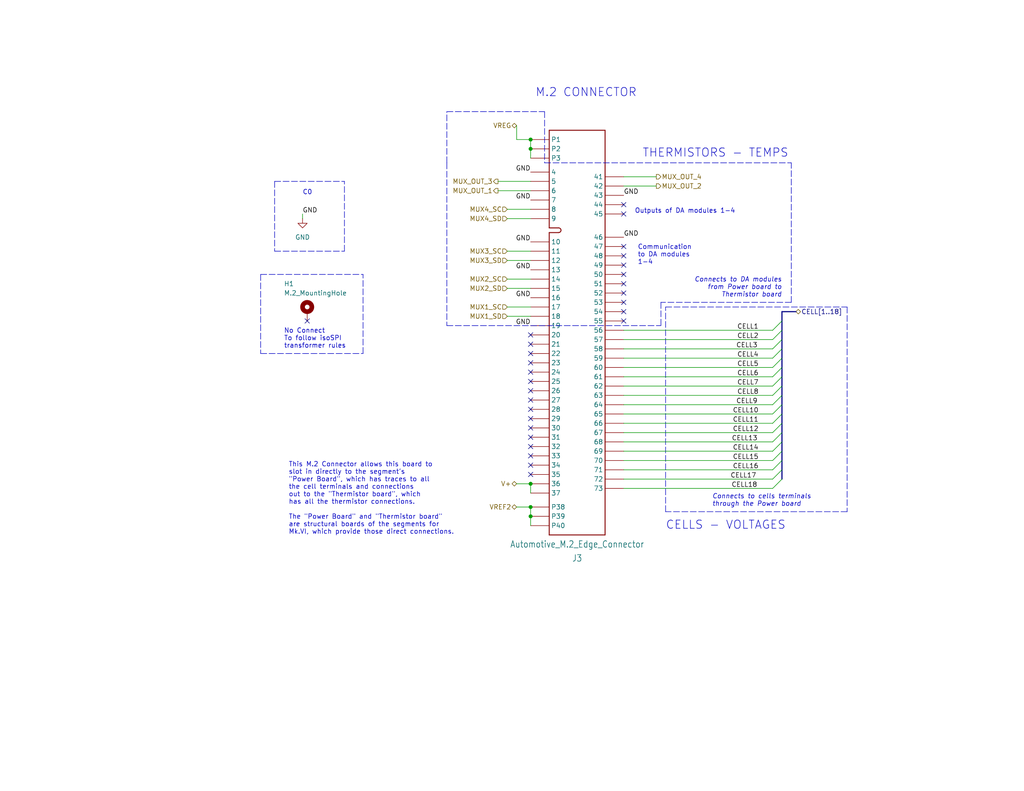
<source format=kicad_sch>
(kicad_sch (version 20211123) (generator eeschema)
  (paper "A")
  (title_block (title "MkVI BMS Cell Supervisory Circuit") (date "2022-12-04") (rev "0") (company "Olin Electric Motorsports"))
  (lib_symbols
    (symbol "formula:Automotive_M.2_Edge_Connector"
      (property "Reference" "J?" (at 1.27 49.53 0))
      (property "Value" "Automotive_M.2_Edge_Connector" (at 7.62 45.72 0))
      (symbol "Automotive_M.2_Edge_Connector_0_1"
        (arc (start -5.0436 15.2415) (mid -4.4198 15.8765) (end -5.0436 16.5115) (stroke (width 0.25)))
        (polyline (pts (xy -7.62 15.24) (xy -5.08 15.24)) (stroke (width 0.25)))
        (polyline (pts (xy -7.62 16.51) (xy -5.08 16.51)) (stroke (width 0.25)))
        (polyline (pts (xy -7.62 43.18) (xy -7.62 16.51)) (stroke (width 0.25)))
        (polyline (pts (xy 7.62 -67.31) (xy -7.62 -67.31)) (stroke (width 0.25)))
      )
      (symbol "Automotive_M.2_Edge_Connector_1_0"
        (polyline (pts (xy -7.62 -67.31) (xy -7.62 15.24)) (stroke (width 0.254)))
        (polyline (pts (xy 7.62 43.18) (xy -7.62 43.18)) (stroke (width 0.254)))
        (polyline (pts (xy 7.62 43.18) (xy 7.62 -67.31)) (stroke (width 0.254)))
        (pin bidirectional line (at -12.7 12.7 0) (length 5.08) (name "10") (number "10"))
        (pin bidirectional line (at -12.7 10.16 0) (length 5.08) (name "11") (number "11"))
        (pin bidirectional line (at -12.7 7.62 0) (length 5.08) (name "12") (number "12"))
        (pin bidirectional line (at -12.7 5.08 0) (length 5.08) (name "13") (number "13"))
        (pin bidirectional line (at -12.7 2.54 0) (length 5.08) (name "14") (number "14"))
        (pin bidirectional line (at -12.7 0 0) (length 5.08) (name "15") (number "15"))
        (pin bidirectional line (at -12.7 -2.54 0) (length 5.08) (name "16") (number "16"))
        (pin bidirectional line (at -12.7 -5.08 0) (length 5.08) (name "17") (number "17"))
        (pin bidirectional line (at -12.7 -7.62 0) (length 5.08) (name "18") (number "18"))
        (pin bidirectional line (at -12.7 -10.16 0) (length 5.08) (name "19") (number "19"))
        (pin bidirectional line (at -12.7 -12.7 0) (length 5.08) (name "20") (number "20"))
        (pin bidirectional line (at -12.7 -15.24 0) (length 5.08) (name "21") (number "21"))
        (pin bidirectional line (at -12.7 -17.78 0) (length 5.08) (name "22") (number "22"))
        (pin bidirectional line (at -12.7 -20.32 0) (length 5.08) (name "23") (number "23"))
        (pin bidirectional line (at -12.7 -22.86 0) (length 5.08) (name "24") (number "24"))
        (pin bidirectional line (at -12.7 -25.4 0) (length 5.08) (name "25") (number "25"))
        (pin bidirectional line (at -12.7 -27.94 0) (length 5.08) (name "26") (number "26"))
        (pin bidirectional line (at -12.7 -30.48 0) (length 5.08) (name "27") (number "27"))
        (pin bidirectional line (at -12.7 -33.02 0) (length 5.08) (name "28") (number "28"))
        (pin bidirectional line (at -12.7 -35.56 0) (length 5.08) (name "29") (number "29"))
        (pin bidirectional line (at -12.7 -38.1 0) (length 5.08) (name "30") (number "30"))
        (pin bidirectional line (at -12.7 -40.64 0) (length 5.08) (name "31") (number "31"))
        (pin bidirectional line (at -12.7 -43.18 0) (length 5.08) (name "32") (number "32"))
        (pin bidirectional line (at -12.7 -45.72 0) (length 5.08) (name "33") (number "33"))
        (pin bidirectional line (at -12.7 -48.26 0) (length 5.08) (name "34") (number "34"))
        (pin bidirectional line (at -12.7 -50.8 0) (length 5.08) (name "35") (number "35"))
        (pin bidirectional line (at -12.7 -53.34 0) (length 5.08) (name "36") (number "36"))
        (pin bidirectional line (at -12.7 -55.88 0) (length 5.08) (name "37") (number "37"))
        (pin bidirectional line (at -12.7 31.75 0) (length 5.08) (name "4") (number "4"))
        (pin bidirectional line (at 12.7 30.48 180) (length 5.08) (name "41") (number "41"))
        (pin bidirectional line (at 12.7 27.94 180) (length 5.08) (name "42") (number "42"))
        (pin bidirectional line (at 12.7 25.4 180) (length 5.08) (name "43") (number "43"))
        (pin bidirectional line (at 12.7 22.86 180) (length 5.08) (name "44") (number "44"))
        (pin bidirectional line (at 12.7 20.32 180) (length 5.08) (name "45") (number "45"))
        (pin bidirectional line (at 12.7 13.97 180) (length 5.08) (name "46") (number "46"))
        (pin bidirectional line (at 12.7 11.43 180) (length 5.08) (name "47") (number "47"))
        (pin bidirectional line (at 12.7 8.89 180) (length 5.08) (name "48") (number "48"))
        (pin bidirectional line (at 12.7 6.35 180) (length 5.08) (name "49") (number "49"))
        (pin bidirectional line (at -12.7 29.21 0) (length 5.08) (name "5") (number "5"))
        (pin bidirectional line (at 12.7 3.81 180) (length 5.08) (name "50") (number "50"))
        (pin bidirectional line (at 12.7 1.27 180) (length 5.08) (name "51") (number "51"))
        (pin bidirectional line (at 12.7 -1.27 180) (length 5.08) (name "52") (number "52"))
        (pin bidirectional line (at 12.7 -3.81 180) (length 5.08) (name "53") (number "53"))
        (pin bidirectional line (at 12.7 -6.35 180) (length 5.08) (name "54") (number "54"))
        (pin bidirectional line (at 12.7 -8.89 180) (length 5.08) (name "55") (number "55"))
        (pin bidirectional line (at 12.7 -11.43 180) (length 5.08) (name "56") (number "56"))
        (pin bidirectional line (at 12.7 -13.97 180) (length 5.08) (name "57") (number "57"))
        (pin bidirectional line (at 12.7 -16.51 180) (length 5.08) (name "58") (number "58"))
        (pin bidirectional line (at 12.7 -19.05 180) (length 5.08) (name "59") (number "59"))
        (pin bidirectional line (at -12.7 26.67 0) (length 5.08) (name "6") (number "6"))
        (pin bidirectional line (at 12.7 -21.59 180) (length 5.08) (name "60") (number "60"))
        (pin bidirectional line (at 12.7 -24.13 180) (length 5.08) (name "61") (number "61"))
        (pin bidirectional line (at 12.7 -26.67 180) (length 5.08) (name "62") (number "62"))
        (pin bidirectional line (at 12.7 -29.21 180) (length 5.08) (name "63") (number "63"))
        (pin bidirectional line (at 12.7 -31.75 180) (length 5.08) (name "64") (number "64"))
        (pin bidirectional line (at 12.7 -34.29 180) (length 5.08) (name "65") (number "65"))
        (pin bidirectional line (at 12.7 -36.83 180) (length 5.08) (name "66") (number "66"))
        (pin bidirectional line (at 12.7 -39.37 180) (length 5.08) (name "67") (number "67"))
        (pin bidirectional line (at 12.7 -41.91 180) (length 5.08) (name "68") (number "68"))
        (pin bidirectional line (at 12.7 -44.45 180) (length 5.08) (name "69") (number "69"))
        (pin bidirectional line (at -12.7 24.13 0) (length 5.08) (name "7") (number "7"))
        (pin bidirectional line (at 12.7 -46.99 180) (length 5.08) (name "70") (number "70"))
        (pin bidirectional line (at 12.7 -49.53 180) (length 5.08) (name "71") (number "71"))
        (pin bidirectional line (at 12.7 -52.07 180) (length 5.08) (name "72") (number "72"))
        (pin bidirectional line (at 12.7 -54.61 180) (length 5.08) (name "73") (number "73"))
        (pin bidirectional line (at -12.7 21.59 0) (length 5.08) (name "8") (number "8"))
        (pin bidirectional line (at -12.7 19.05 0) (length 5.08) (name "9") (number "9"))
        (pin bidirectional line (at -12.7 40.64 0) (length 5.08) (name "P1") (number "P1"))
        (pin bidirectional line (at -12.7 38.1 0) (length 5.08) (name "P2") (number "P2"))
        (pin bidirectional line (at -12.7 35.56 0) (length 5.08) (name "P3") (number "P3"))
        (pin bidirectional line (at -12.7 -59.69 0) (length 5.08) (name "P38") (number "P38"))
        (pin bidirectional line (at -12.7 -62.23 0) (length 5.08) (name "P39") (number "P39"))
        (pin bidirectional line (at -12.7 -64.77 0) (length 5.08) (name "P40") (number "P40"))
      )
    )
    (symbol "formula:M.2_MountingHole" (pin_numbers hide) (pin_names (offset 1.016) hide)
      (property "Reference" "H" (at 0 6.35 0))
      (property "Value" "M.2_MountingHole" (at 0 4.445 0))
      (symbol "M.2_MountingHole_0_1"
        (circle (center 0 1.27) (radius 1.27) (stroke (width 1.27)))
      )
      (symbol "M.2_MountingHole_1_1"
        (pin input line (at 0 -2.54 90) (length 2.54) (name "1") (number "1"))
      )
    )
    (symbol "power:GND" (power) (pin_names (offset 0))
      (property "Value" "GND" (at 0 -3.81 0))
      (symbol "GND_0_1"
        (polyline (pts (xy 0 0) (xy 0 -1.27) (xy 1.27 -1.27) (xy 0 -2.54) (xy -1.27 -1.27) (xy 0 -1.27)))
      )
      (symbol "GND_1_1"
        (pin power_in line (at 0 0 270) (length 0) hide (name "GND") (number "1"))
      )
    )
  )
  (junction (at 144.78 38.1))
  (junction (at 144.78 138.43))
  (junction (at 144.78 40.64))
  (junction (at 144.78 140.97))
  (junction (at 144.78 132.08))
  (no_connect (at 170.18 82.55))
  (no_connect (at 170.18 85.09))
  (no_connect (at 170.18 69.85))
  (no_connect (at 170.18 55.88))
  (no_connect (at 170.18 58.42))
  (no_connect (at 170.18 74.93))
  (no_connect (at 170.18 67.31))
  (no_connect (at 170.18 77.47))
  (no_connect (at 83.82 87.63))
  (no_connect (at 170.18 80.01))
  (no_connect (at 144.78 114.3))
  (no_connect (at 144.78 116.84))
  (no_connect (at 144.78 119.38))
  (no_connect (at 144.78 121.92))
  (no_connect (at 144.78 124.46))
  (no_connect (at 144.78 127))
  (no_connect (at 144.78 129.54))
  (no_connect (at 170.18 72.39))
  (no_connect (at 170.18 87.63))
  (no_connect (at 144.78 91.44))
  (no_connect (at 144.78 93.98))
  (no_connect (at 144.78 96.52))
  (no_connect (at 144.78 99.06))
  (no_connect (at 144.78 101.6))
  (no_connect (at 144.78 104.14))
  (no_connect (at 144.78 106.68))
  (no_connect (at 144.78 109.22))
  (no_connect (at 144.78 111.76))
  (bus_entry (at 213.36 102.87) (size -2.54 2.54))
  (bus_entry (at 213.36 95.25) (size -2.54 2.54))
  (bus_entry (at 213.36 105.41) (size -2.54 2.54))
  (bus_entry (at 213.36 130.81) (size -2.54 2.54))
  (bus_entry (at 213.36 97.79) (size -2.54 2.54))
  (bus_entry (at 213.36 123.19) (size -2.54 2.54))
  (bus_entry (at 213.36 110.49) (size -2.54 2.54))
  (bus_entry (at 213.36 113.03) (size -2.54 2.54))
  (bus_entry (at 213.36 92.71) (size -2.54 2.54))
  (bus_entry (at 213.36 125.73) (size -2.54 2.54))
  (bus_entry (at 213.36 100.33) (size -2.54 2.54))
  (bus_entry (at 213.36 87.63) (size -2.54 2.54))
  (bus_entry (at 213.36 90.17) (size -2.54 2.54))
  (bus_entry (at 213.36 115.57) (size -2.54 2.54))
  (bus_entry (at 213.36 120.65) (size -2.54 2.54))
  (bus_entry (at 213.36 118.11) (size -2.54 2.54))
  (bus_entry (at 213.36 107.95) (size -2.54 2.54))
  (bus_entry (at 213.36 128.27) (size -2.54 2.54))
  (wire (pts (xy 210.82 110.49) (xy 170.18 110.49)))
  (polyline (pts (xy 215.9 82.55) (xy 180.34 82.55)))
  (wire (pts (xy 135.89 52.07) (xy 144.78 52.07)))
  (bus (pts (xy 213.36 87.63) (xy 213.36 90.17)))
  (wire (pts (xy 210.82 133.35) (xy 170.18 133.35)))
  (bus (pts (xy 213.36 90.17) (xy 213.36 92.71)))
  (bus (pts (xy 213.36 120.65) (xy 213.36 123.19)))
  (bus (pts (xy 213.36 115.57) (xy 213.36 118.11)))
  (wire (pts (xy 140.97 38.1) (xy 144.78 38.1)))
  (polyline (pts (xy 121.92 44.45) (xy 121.92 88.9)))
  (wire (pts (xy 138.43 57.15) (xy 144.78 57.15)))
  (polyline (pts (xy 74.93 49.53) (xy 93.98 49.53)))
  (polyline (pts (xy 71.12 96.52) (xy 99.06 96.52)))
  (wire (pts (xy 138.43 71.12) (xy 144.78 71.12)))
  (wire (pts (xy 210.82 107.95) (xy 170.18 107.95)))
  (polyline (pts (xy 121.92 44.45) (xy 121.92 30.48)))
  (polyline (pts (xy 215.9 82.55) (xy 215.9 44.45)))
  (polyline (pts (xy 121.92 30.48) (xy 148.59 30.48)))
  (polyline (pts (xy 74.93 49.53) (xy 74.93 68.58)))
  (bus (pts (xy 213.36 102.87) (xy 213.36 105.41)))
  (polyline (pts (xy 99.06 96.52) (xy 99.06 74.93)))
  (bus (pts (xy 213.36 100.33) (xy 213.36 102.87)))
  (wire (pts (xy 210.82 97.79) (xy 170.18 97.79)))
  (bus (pts (xy 213.36 123.19) (xy 213.36 125.73)))
  (polyline (pts (xy 148.59 44.45) (xy 215.9 44.45)))
  (wire (pts (xy 82.55 58.42) (xy 82.55 59.69)))
  (polyline (pts (xy 181.61 139.7) (xy 181.61 83.82)))
  (bus (pts (xy 213.36 125.73) (xy 213.36 128.27)))
  (wire (pts (xy 210.82 100.33) (xy 170.18 100.33)))
  (wire (pts (xy 210.82 123.19) (xy 170.18 123.19)))
  (wire (pts (xy 140.97 132.08) (xy 144.78 132.08)))
  (wire (pts (xy 210.82 120.65) (xy 170.18 120.65)))
  (wire (pts (xy 135.89 49.53) (xy 144.78 49.53)))
  (wire (pts (xy 140.97 34.29) (xy 140.97 38.1)))
  (bus (pts (xy 213.36 118.11) (xy 213.36 120.65)))
  (bus (pts (xy 213.36 95.25) (xy 213.36 97.79)))
  (wire (pts (xy 179.07 50.8) (xy 170.18 50.8)))
  (bus (pts (xy 217.17 85.09) (xy 213.36 85.09)))
  (wire (pts (xy 210.82 118.11) (xy 170.18 118.11)))
  (wire (pts (xy 210.82 105.41) (xy 170.18 105.41)))
  (polyline (pts (xy 231.14 139.7) (xy 181.61 139.7)))
  (wire (pts (xy 144.78 40.64) (xy 144.78 43.18)))
  (polyline (pts (xy 93.98 68.58) (xy 93.98 49.53)))
  (bus (pts (xy 213.36 113.03) (xy 213.36 115.57)))
  (wire (pts (xy 210.82 128.27) (xy 170.18 128.27)))
  (polyline (pts (xy 181.61 83.82) (xy 231.14 83.82)))
  (polyline (pts (xy 71.12 74.93) (xy 71.12 96.52)))
  (polyline (pts (xy 121.92 88.9) (xy 180.34 88.9)))
  (bus (pts (xy 213.36 97.79) (xy 213.36 100.33)))
  (wire (pts (xy 210.82 113.03) (xy 170.18 113.03)))
  (polyline (pts (xy 148.59 30.48) (xy 148.59 44.45)))
  (polyline (pts (xy 74.93 68.58) (xy 93.98 68.58)))
  (wire (pts (xy 138.43 83.82) (xy 144.78 83.82)))
  (wire (pts (xy 179.07 48.26) (xy 170.18 48.26)))
  (wire (pts (xy 140.97 138.43) (xy 144.78 138.43)))
  (polyline (pts (xy 71.12 74.93) (xy 99.06 74.93)))
  (wire (pts (xy 138.43 86.36) (xy 144.78 86.36)))
  (polyline (pts (xy 231.14 83.82) (xy 231.14 139.7)))
  (wire (pts (xy 138.43 68.58) (xy 144.78 68.58)))
  (bus (pts (xy 213.36 107.95) (xy 213.36 110.49)))
  (wire (pts (xy 144.78 132.08) (xy 144.78 134.62)))
  (bus (pts (xy 213.36 92.71) (xy 213.36 95.25)))
  (bus (pts (xy 213.36 85.09) (xy 213.36 87.63)))
  (wire (pts (xy 144.78 38.1) (xy 144.78 40.64)))
  (wire (pts (xy 210.82 115.57) (xy 170.18 115.57)))
  (wire (pts (xy 144.78 138.43) (xy 144.78 140.97)))
  (wire (pts (xy 210.82 95.25) (xy 170.18 95.25)))
  (wire (pts (xy 210.82 90.17) (xy 170.18 90.17)))
  (bus (pts (xy 213.36 105.41) (xy 213.36 107.95)))
  (bus (pts (xy 213.36 110.49) (xy 213.36 113.03)))
  (bus (pts (xy 213.36 128.27) (xy 213.36 130.81)))
  (wire (pts (xy 210.82 125.73) (xy 170.18 125.73)))
  (wire (pts (xy 144.78 140.97) (xy 144.78 143.51)))
  (wire (pts (xy 138.43 78.74) (xy 144.78 78.74)))
  (wire (pts (xy 138.43 76.2) (xy 144.78 76.2)))
  (wire (pts (xy 210.82 92.71) (xy 170.18 92.71)))
  (wire (pts (xy 210.82 130.81) (xy 170.18 130.81)))
  (wire (pts (xy 210.82 102.87) (xy 170.18 102.87)))
  (polyline (pts (xy 180.34 82.55) (xy 180.34 88.9)))
  (wire (pts (xy 138.43 59.69) (xy 144.78 59.69)))
  (text "C0" (at 82.55 53.34 0) (effects (font (size 1.27 1.27)) (justify left bottom)))
  (text "This M.2 Connector allows this board to\nslot in directly to the segment's\n\"Power Board\", which has traces to all\nthe cell terminals and connections\nout to the \"Thermistor board\", which\nhas all the thermistor connections.\n\nThe \"Power Board\" and \"Thermistor board\"\nare structural boards of the segments for\nMk.VI, which provide those direct connections." (at 78.74 146.05 0) (effects (font (size 1.27 1.27)) (justify left bottom)))
  (text "Connects to DA modules\nfrom Power board to\nThermistor board" (at 213.36 81.28 180) (effects (font (size 1.27 1.27) italic) (justify right bottom)))
  (text "No Connect\nTo follow isoSPI\ntransformer rules" (at 77.47 95.25 0) (effects (font (size 1.27 1.27)) (justify left bottom)))
  (text "Communication\nto DA modules\n1-4" (at 173.99 72.39 0) (effects (font (size 1.27 1.27)) (justify left bottom)))
  (text "Connects to cells terminals\nthrough the Power board" (at 194.31 138.43 0) (effects (font (size 1.27 1.27) italic) (justify left bottom)))
  (text "THERMISTORS - TEMPS" (at 175.26 43.18 0) (effects (font (size 2.2606 2.2606)) (justify left bottom)))
  (text "M.2 CONNECTOR" (at 146.05 26.67 0) (effects (font (size 2.2606 2.2606)) (justify left bottom)))
  (text "CELLS - VOLTAGES" (at 181.61 144.78 0) (effects (font (size 2.2606 2.2606)) (justify left bottom)))
  (text "Outputs of DA modules 1-4" (at 200.66 58.42 180) (effects (font (size 1.27 1.27)) (justify right bottom)))
  (label "CELL9" (at 206.7315 110.49 180))
  (label "CELL1" (at 207.01 90.17 180))
  (label "CELL2" (at 207.01 92.71 180))
  (label "GND" (at 144.78 46.99 180))
  (label "CELL4" (at 207.01 97.79 180))
  (label "CELL10" (at 207.01 113.03 180))
  (label "CELL6" (at 207.01 102.87 180))
  (label "CELL7" (at 207.01 105.41 180))
  (label "GND" (at 144.78 54.61 180))
  (label "GND" (at 170.18 53.34 0))
  (label "CELL15" (at 207.01 125.73 180))
  (label "CELL5" (at 207.01 100.33 180))
  (label "GND" (at 82.55 58.42 0))
  (label "GND" (at 144.78 88.9 180))
  (label "CELL8" (at 207.01 107.95 180))
  (label "GND" (at 144.78 81.28 180))
  (label "CELL16" (at 207.01 128.27 180))
  (label "CELL18" (at 206.6609 133.35 180))
  (label "GND" (at 170.18 64.77 0))
  (label "CELL17" (at 206.3824 130.81 180))
  (label "GND" (at 144.78 73.66 180))
  (label "CELL11" (at 207.01 115.57 180))
  (label "CELL3" (at 206.7315 95.25 180))
  (label "CELL12" (at 207.01 118.11 180))
  (label "GND" (at 144.78 66.04 180))
  (label "CELL13" (at 206.7315 120.65 180))
  (label "CELL14" (at 207.01 123.19 180))
  (hierarchical_label "MUX_OUT_3" (shape output) (at 135.89 49.53 180))
  (hierarchical_label "MUX4_SD" (shape input) (at 138.43 59.69 180))
  (hierarchical_label "MUX_OUT_2" (shape output) (at 179.07 50.8 0))
  (hierarchical_label "MUX4_SC" (shape input) (at 138.43 57.15 180))
  (hierarchical_label "MUX1_SD" (shape input) (at 138.43 86.36 180))
  (hierarchical_label "V+" (shape bidirectional) (at 140.97 132.08 180))
  (hierarchical_label "MUX1_SC" (shape input) (at 138.43 83.82 180))
  (hierarchical_label "VREF2" (shape bidirectional) (at 140.97 138.43 180))
  (hierarchical_label "MUX_OUT_1" (shape output) (at 135.89 52.07 180))
  (hierarchical_label "MUX3_SD" (shape input) (at 138.43 71.12 180))
  (hierarchical_label "MUX2_SC" (shape input) (at 138.43 76.2 180))
  (hierarchical_label "VREG" (shape bidirectional) (at 140.97 34.29 180))
  (hierarchical_label "MUX2_SD" (shape input) (at 138.43 78.74 180))
  (hierarchical_label "MUX_OUT_4" (shape output) (at 179.07 48.26 0))
  (hierarchical_label "MUX3_SC" (shape input) (at 138.43 68.58 180))
  (hierarchical_label "CELL[1..18]" (shape bidirectional) (at 217.17 85.09 0))
  (symbol (lib_id "formula:M.2_MountingHole") (at 83.82 85.09 0) (unit 1)
    (property "Reference" "H1" (at 77.47 77.47 0) (effects (justify left)))
    (property "Value" "M.2_MountingHole" (at 77.47 80.01 0) (effects (justify left)))
    (property "Footprint" "OEM:M.2_Mount" (effects hide))
  )
  (symbol (lib_id "formula:Automotive_M.2_Edge_Connector") (at 157.48 78.74 0) (unit 1)
    (property "Reference" "J3" (at 157.48 152.4 0) (effects (font (size 1.778 1.5113))))
    (property "Value" "Automotive_M.2_Edge_Connector" (at 157.48 148.59 0) (effects (font (size 1.778 1.5113))))
    (property "Footprint" "footprints:Automotive_M.2_Edge_Connector" (effects hide))
  )
  (symbol (lib_id "power:GND") (at 82.55 59.69 0) (unit 1)
    (property "Reference" "#PWR?" (effects hide))
    (property "Value" "GND" (at 82.55 64.77 0))
  )
)
</source>
